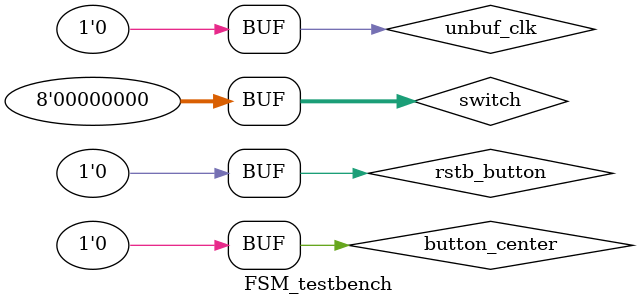
<source format=v>
`timescale 1ns / 1ps


module FSM_testbench;

	// Inputs
	reg [7:0] switch;
	reg rstb_button;
	reg unbuf_clk;
	reg button_center;

	// Outputs
	wire [7:0] led;

	// Instantiate the Unit Under Test (UUT)
	main uut (
		.switch(switch), 
		.led(led), 
		.rstb_button(rstb_button), 
		.unbuf_clk(unbuf_clk), 
		.button_center(button_center)
	);

	initial begin
		// Initialize Inputs
		switch = 0;
		rstb_button = 0;
		unbuf_clk = 0;
		button_center = 0;

		// Wait 100 ns for global reset to finish
		#100;
        
		// Add stimulus here

	end
      
endmodule


</source>
